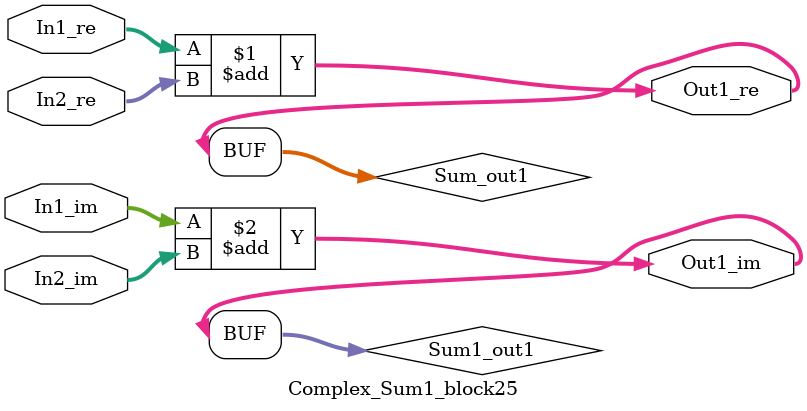
<source format=v>



`timescale 1 ns / 1 ns

module Complex_Sum1_block25
          (In1_re,
           In1_im,
           In2_re,
           In2_im,
           Out1_re,
           Out1_im);


  input   signed [36:0] In1_re;  // sfix37_En22
  input   signed [36:0] In1_im;  // sfix37_En22
  input   signed [36:0] In2_re;  // sfix37_En22
  input   signed [36:0] In2_im;  // sfix37_En22
  output  signed [36:0] Out1_re;  // sfix37_En22
  output  signed [36:0] Out1_im;  // sfix37_En22


  wire signed [36:0] Sum_out1;  // sfix37_En22
  wire signed [36:0] Sum1_out1;  // sfix37_En22


  assign Sum_out1 = In1_re + In2_re;



  assign Out1_re = Sum_out1;

  assign Sum1_out1 = In1_im + In2_im;



  assign Out1_im = Sum1_out1;

endmodule  // Complex_Sum1_block25


</source>
